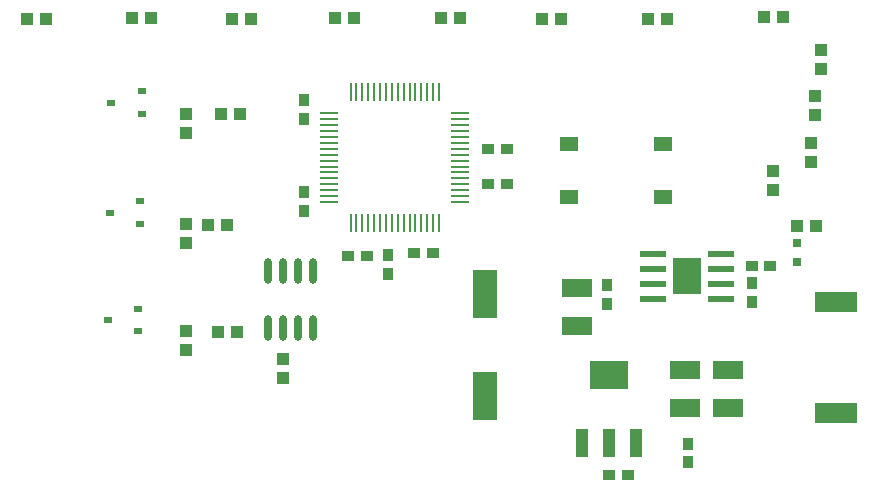
<source format=gtp>
G04*
G04 #@! TF.GenerationSoftware,Altium Limited,Altium Designer,18.1.6 (161)*
G04*
G04 Layer_Color=8421504*
%FSLAX25Y25*%
%MOIN*%
G70*
G01*
G75*
%ADD17R,0.02756X0.02362*%
%ADD18R,0.03937X0.09449*%
%ADD19R,0.12598X0.09449*%
%ADD20O,0.02362X0.08661*%
%ADD21R,0.06122X0.05118*%
%ADD22O,0.00381X0.06287*%
%ADD23O,0.06287X0.00381*%
%ADD24R,0.14016X0.07008*%
%ADD25R,0.08661X0.01968*%
%ADD26R,0.09449X0.12205*%
%ADD27R,0.03150X0.03150*%
%ADD28R,0.07874X0.16142*%
%ADD29R,0.03937X0.03740*%
%ADD30R,0.09843X0.05906*%
%ADD31R,0.03740X0.03937*%
%ADD32R,0.03937X0.04134*%
%ADD33R,0.04134X0.03937*%
D17*
X128882Y263500D02*
D03*
X139118Y267240D02*
D03*
Y259760D02*
D03*
X137902Y187260D02*
D03*
Y194740D02*
D03*
X127665Y191000D02*
D03*
X128382Y226874D02*
D03*
X138618Y230614D02*
D03*
Y223134D02*
D03*
D18*
X285849Y150000D02*
D03*
X294904D02*
D03*
X303959D02*
D03*
D19*
X294904Y172835D02*
D03*
D20*
X181000Y188500D02*
D03*
X186000D02*
D03*
X191000D02*
D03*
X196000D02*
D03*
X181000Y207398D02*
D03*
X186000D02*
D03*
X191000D02*
D03*
X196000D02*
D03*
D21*
X281350Y232142D02*
D03*
Y249858D02*
D03*
X312650Y232142D02*
D03*
Y249858D02*
D03*
D22*
X208658Y267000D02*
D03*
X210626D02*
D03*
X212595D02*
D03*
X214563D02*
D03*
X216531D02*
D03*
X218500D02*
D03*
X220468D02*
D03*
X222437D02*
D03*
X224406D02*
D03*
X226374D02*
D03*
X228343D02*
D03*
X230311D02*
D03*
X232279D02*
D03*
X234248D02*
D03*
X236216D02*
D03*
X238185D02*
D03*
Y223299D02*
D03*
X236216D02*
D03*
X234248D02*
D03*
X232279D02*
D03*
X230311D02*
D03*
X228343D02*
D03*
X226374D02*
D03*
X224406D02*
D03*
X222437D02*
D03*
X220468D02*
D03*
X218500D02*
D03*
X216531D02*
D03*
X214563D02*
D03*
X212595D02*
D03*
X210626D02*
D03*
X208658D02*
D03*
D23*
X245272Y259913D02*
D03*
Y257945D02*
D03*
Y255976D02*
D03*
Y254008D02*
D03*
Y252039D02*
D03*
Y250071D02*
D03*
Y248102D02*
D03*
Y246134D02*
D03*
Y244165D02*
D03*
Y242197D02*
D03*
Y240228D02*
D03*
Y238260D02*
D03*
Y236291D02*
D03*
Y234323D02*
D03*
Y232354D02*
D03*
Y230386D02*
D03*
X201571D02*
D03*
Y232354D02*
D03*
Y234323D02*
D03*
Y236291D02*
D03*
Y238260D02*
D03*
Y240228D02*
D03*
Y242197D02*
D03*
Y244165D02*
D03*
Y246134D02*
D03*
Y248102D02*
D03*
Y250071D02*
D03*
Y252039D02*
D03*
Y254008D02*
D03*
Y255976D02*
D03*
Y257945D02*
D03*
Y259913D02*
D03*
D24*
X370491Y160101D02*
D03*
Y197109D02*
D03*
D25*
X332161Y198105D02*
D03*
X332161Y203105D02*
D03*
Y208105D02*
D03*
X332161Y213105D02*
D03*
X309523Y198105D02*
D03*
Y203105D02*
D03*
X309523Y208105D02*
D03*
X309523Y213105D02*
D03*
D26*
X320842Y205605D02*
D03*
D27*
X357350Y216748D02*
D03*
Y210252D02*
D03*
D28*
X253491Y165584D02*
D03*
Y199836D02*
D03*
D29*
X301157Y139500D02*
D03*
X294858D02*
D03*
X260650Y236291D02*
D03*
X254350D02*
D03*
X260650Y248000D02*
D03*
X254350D02*
D03*
X236050Y213298D02*
D03*
X229750D02*
D03*
X214150Y212500D02*
D03*
X207850D02*
D03*
X348641Y209105D02*
D03*
X342342Y209105D02*
D03*
D30*
X283991Y189210D02*
D03*
Y201729D02*
D03*
X334559Y161725D02*
D03*
X334559Y174245D02*
D03*
X320121Y161734D02*
D03*
Y174254D02*
D03*
D31*
X193256Y227474D02*
D03*
Y233774D02*
D03*
X193000Y264500D02*
D03*
Y258201D02*
D03*
X221000Y212799D02*
D03*
Y206500D02*
D03*
X294070Y196455D02*
D03*
Y202754D02*
D03*
X342491Y203255D02*
D03*
X342491Y196955D02*
D03*
X321029Y143566D02*
D03*
Y149866D02*
D03*
D32*
X349500Y240650D02*
D03*
Y234350D02*
D03*
X365500Y274850D02*
D03*
Y281150D02*
D03*
X363500Y265650D02*
D03*
Y259350D02*
D03*
X362000Y250016D02*
D03*
Y243717D02*
D03*
X153839Y187299D02*
D03*
Y181000D02*
D03*
X186000Y178150D02*
D03*
Y171850D02*
D03*
X153799Y216850D02*
D03*
Y223150D02*
D03*
X153839Y259650D02*
D03*
Y253350D02*
D03*
D33*
X357350Y222500D02*
D03*
X363650D02*
D03*
X170650Y187000D02*
D03*
X164350D02*
D03*
X167500Y222760D02*
D03*
X161201D02*
D03*
X165500Y259650D02*
D03*
X171799D02*
D03*
X245150Y291650D02*
D03*
X238850D02*
D03*
X107150Y291500D02*
D03*
X100850D02*
D03*
X142150Y291650D02*
D03*
X135850D02*
D03*
X278799Y291500D02*
D03*
X272500D02*
D03*
X175449D02*
D03*
X169150D02*
D03*
X314150D02*
D03*
X307850D02*
D03*
X209650Y291650D02*
D03*
X203350D02*
D03*
X352650Y292000D02*
D03*
X346350D02*
D03*
M02*

</source>
